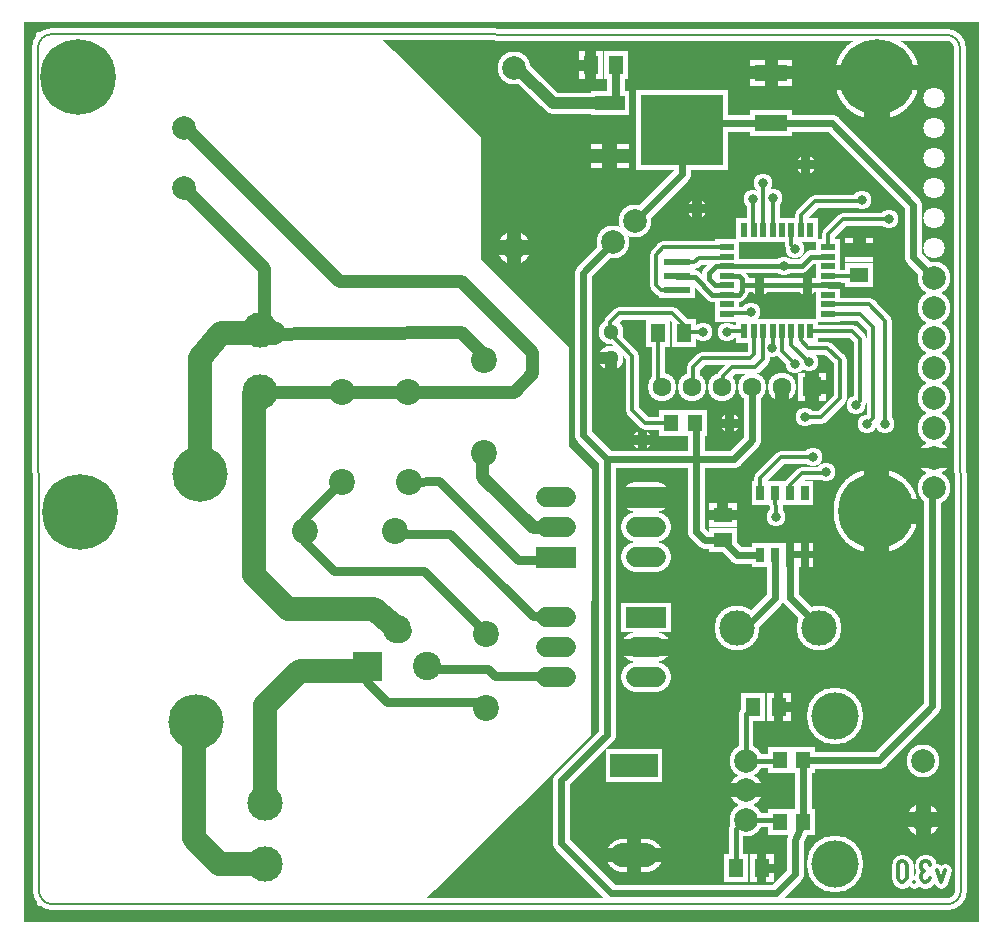
<source format=gbr>
%FSLAX34Y34*%
%MOMM*%
%LNCOPPER_BOTTOM*%
G71*
G01*
%ADD10R,2.070X1.359*%
%ADD11R,1.359X2.070*%
%ADD12C,2.400*%
%ADD13C,1.610*%
%ADD14C,1.100*%
%ADD15C,1.200*%
%ADD16R,2.100X2.400*%
%ADD17R,3.100X1.400*%
%ADD18C,2.100*%
%ADD19R,3.590X2.180*%
%ADD20R,7.800X6.800*%
%ADD21R,3.340X2.070*%
%ADD22C,1.400*%
%ADD23C,1.118*%
%ADD24R,2.400X2.100*%
%ADD25C,2.500*%
%ADD26C,3.000*%
%ADD27C,3.800*%
%ADD28C,3.200*%
%ADD29C,5.500*%
%ADD30C,1.550*%
%ADD31C,2.800*%
%ADD32C,4.800*%
%ADD33R,1.450X2.070*%
%ADD34C,1.800*%
%ADD35C,2.800*%
%ADD36C,0.300*%
%ADD37R,2.100X2.200*%
%ADD38C,1.900*%
%ADD39C,7.200*%
%ADD40C,1.400*%
%ADD41C,1.800*%
%ADD42C,1.500*%
%ADD43C,1.000*%
%ADD44C,0.559*%
%ADD45C,1.157*%
%ADD46C,1.141*%
%ADD47C,1.018*%
%ADD48C,1.053*%
%ADD49C,1.232*%
%ADD50C,0.966*%
%ADD51C,1.127*%
%ADD52C,1.700*%
%ADD53C,1.473*%
%ADD54C,1.240*%
%ADD55C,1.320*%
%ADD56C,0.650*%
%ADD57C,0.897*%
%ADD58C,0.819*%
%ADD59C,2.133*%
%ADD60C,0.200*%
%ADD61C,1.653*%
%ADD62C,0.810*%
%ADD63R,1.270X0.559*%
%ADD64R,0.559X1.270*%
%ADD65C,1.600*%
%ADD66C,0.810*%
%ADD67C,0.400*%
%ADD68R,1.300X1.600*%
%ADD69R,2.300X0.600*%
%ADD70C,1.300*%
%ADD71R,2.790X1.380*%
%ADD72R,7.000X6.000*%
%ADD73R,2.540X1.270*%
%ADD74C,0.600*%
%ADD75C,0.318*%
%ADD76R,1.600X1.300*%
%ADD77C,2.200*%
%ADD78C,4.700*%
%ADD79C,0.750*%
%ADD80C,2.000*%
%ADD81C,4.000*%
%ADD82R,0.650X1.270*%
%ADD83C,2.000*%
%ADD84R,1.300X1.400*%
%ADD85C,6.400*%
%ADD86C,0.600*%
%ADD87C,0.700*%
%LPD*%
G36*
X-12700Y746397D02*
X796300Y746397D01*
X796300Y-15603D01*
X-12700Y-15603D01*
X-12700Y746397D01*
G37*
%LPC*%
X582263Y499914D02*
G54D10*
D03*
X582263Y507915D02*
G54D10*
D03*
X582263Y515916D02*
G54D10*
D03*
X582263Y523917D02*
G54D10*
D03*
X582263Y531918D02*
G54D10*
D03*
X582263Y539919D02*
G54D10*
D03*
X582263Y547920D02*
G54D10*
D03*
X582263Y555921D02*
G54D10*
D03*
X668115Y555921D02*
G54D10*
D03*
X668115Y547920D02*
G54D10*
D03*
X668115Y539919D02*
G54D10*
D03*
X668115Y531918D02*
G54D10*
D03*
X668115Y523917D02*
G54D10*
D03*
X668115Y515916D02*
G54D10*
D03*
X668115Y507915D02*
G54D10*
D03*
X668115Y499914D02*
G54D10*
D03*
X653180Y484979D02*
G54D11*
D03*
X645179Y484979D02*
G54D11*
D03*
X637178Y484979D02*
G54D11*
D03*
X629176Y484979D02*
G54D11*
D03*
X621176Y484979D02*
G54D11*
D03*
X613174Y484979D02*
G54D11*
D03*
X605174Y484979D02*
G54D11*
D03*
X597172Y484979D02*
G54D11*
D03*
X597172Y570831D02*
G54D11*
D03*
X605174Y570831D02*
G54D11*
D03*
X613174Y570831D02*
G54D11*
D03*
X621176Y570831D02*
G54D11*
D03*
X629176Y570831D02*
G54D11*
D03*
X637178Y570831D02*
G54D11*
D03*
X645179Y570831D02*
G54D11*
D03*
X653180Y570831D02*
G54D11*
D03*
G36*
X666526Y449918D02*
X666526Y425918D01*
X642526Y425918D01*
X642526Y449918D01*
X666526Y449918D01*
G37*
X629127Y437918D02*
G54D12*
D03*
X603726Y437919D02*
G54D12*
D03*
X578326Y437919D02*
G54D12*
D03*
X552926Y437919D02*
G54D12*
D03*
X527526Y437919D02*
G54D12*
D03*
X630460Y540408D02*
G54D13*
D03*
G54D14*
X540318Y543547D02*
X554420Y543719D01*
X558466Y547234D01*
X580612Y547234D01*
G54D15*
X582263Y531918D02*
X592825Y531918D01*
X595484Y529260D01*
X595484Y518926D01*
X592915Y515960D01*
X569896Y515960D01*
X555132Y530724D01*
X539921Y530724D01*
G54D14*
X668115Y523917D02*
X650877Y523917D01*
X650649Y523689D01*
X545824Y483620D02*
G54D16*
D03*
X524443Y483620D02*
G54D16*
D03*
G54D15*
X595756Y523980D02*
X668115Y523917D01*
X620934Y470955D02*
G54D13*
D03*
G54D14*
X621176Y484979D02*
X621176Y471196D01*
X620934Y470955D01*
G54D14*
X613174Y482994D02*
X613174Y461623D01*
X606199Y454647D01*
X586752Y454647D01*
X578815Y446710D01*
X578815Y437217D01*
X578326Y436728D01*
G54D14*
X605174Y487757D02*
X605174Y465528D01*
X602230Y462585D01*
X561352Y462585D01*
X553415Y454647D01*
X553415Y441186D01*
X552926Y440697D01*
X562197Y484052D02*
G54D13*
D03*
G54D14*
X562197Y484052D02*
X546255Y484052D01*
X545824Y483620D01*
X540318Y543547D02*
G54D17*
D03*
X540318Y531641D02*
G54D17*
D03*
X539921Y519735D02*
G54D17*
D03*
G54D14*
X579882Y555921D02*
X528656Y555921D01*
X522112Y549377D01*
X522112Y524050D01*
X526427Y519735D01*
X539921Y519735D01*
X483962Y484413D02*
G54D18*
D03*
X484334Y462214D02*
G54D18*
D03*
X620263Y703898D02*
G54D19*
D03*
X620264Y661618D02*
G54D19*
D03*
X544800Y655748D02*
G54D20*
D03*
X483309Y678048D02*
G54D21*
D03*
X483309Y633548D02*
G54D21*
D03*
G54D22*
X620264Y661618D02*
X564981Y661618D01*
X544800Y681799D01*
X467037Y710144D02*
G54D16*
D03*
X488419Y710144D02*
G54D16*
D03*
G54D23*
X767474Y28925D02*
X763918Y18925D01*
X760363Y28925D01*
G54D23*
X754141Y33370D02*
X753252Y35592D01*
X751474Y36703D01*
X749696Y36703D01*
X747918Y35592D01*
X747030Y33370D01*
X747030Y31147D01*
X747918Y28925D01*
X749696Y27814D01*
X747918Y26703D01*
X747030Y24480D01*
X747030Y22258D01*
X747918Y20036D01*
X749696Y18925D01*
X751474Y18925D01*
X753252Y20036D01*
X754141Y22258D01*
G54D23*
X740808Y18925D02*
X740808Y18925D01*
G54D23*
X727475Y33370D02*
X727475Y22258D01*
X728364Y20036D01*
X730141Y18925D01*
X731919Y18925D01*
X733697Y20036D01*
X734586Y22258D01*
X734586Y33370D01*
X733697Y35592D01*
X731919Y36703D01*
X730141Y36703D01*
X728364Y35592D01*
X727475Y33370D01*
G54D14*
X524443Y483620D02*
X524443Y441002D01*
X527526Y437919D01*
X694676Y553842D02*
G54D24*
D03*
X694676Y532460D02*
G54D24*
D03*
G54D14*
X668115Y531918D02*
X682519Y531918D01*
X694676Y532460D01*
G54D14*
X545824Y483620D02*
X545824Y490005D01*
X535766Y500062D01*
X490920Y500062D01*
X483776Y492919D01*
X483776Y484599D01*
X483962Y484413D01*
X483962Y482414D01*
X502429Y463947D01*
X502429Y418703D01*
X513541Y407590D01*
X528142Y407590D01*
X528191Y407541D01*
G54D25*
X505675Y344234D02*
X522675Y344234D01*
G54D25*
X429475Y318834D02*
X446475Y318834D01*
G54D25*
X505675Y318834D02*
X522675Y318834D01*
G54D25*
X429475Y344234D02*
X446475Y344234D01*
G54D25*
X505675Y293434D02*
X522675Y293434D01*
G54D25*
X429475Y191834D02*
X446475Y191834D01*
G54D25*
X505675Y217234D02*
X522675Y217234D01*
G54D25*
X429475Y217234D02*
X446475Y217234D01*
G54D25*
X505675Y191834D02*
X522675Y191834D01*
G54D25*
X429475Y242634D02*
X446475Y242634D01*
X225250Y315659D02*
G54D26*
D03*
X257000Y356934D02*
G54D26*
D03*
X312959Y356934D02*
G54D26*
D03*
X376447Y381780D02*
G54D26*
D03*
X257000Y433134D02*
G54D26*
D03*
X312563Y433134D02*
G54D26*
D03*
X376447Y460361D02*
G54D26*
D03*
X301450Y315659D02*
G54D26*
D03*
G36*
X416975Y305934D02*
X458975Y305934D01*
X458975Y280934D01*
X416975Y280934D01*
X416975Y305934D01*
G37*
G36*
X493175Y255134D02*
X535175Y255134D01*
X535175Y230134D01*
X493175Y230134D01*
X493175Y255134D01*
G37*
X191829Y33906D02*
G54D27*
D03*
X191830Y85907D02*
G54D27*
D03*
G36*
X294199Y217202D02*
X294199Y185202D01*
X262199Y185202D01*
X262199Y217202D01*
X294199Y217202D01*
G37*
X303599Y232952D02*
G54D28*
D03*
X328999Y201202D02*
G54D28*
D03*
X136338Y363901D02*
G54D29*
D03*
X133163Y154351D02*
G54D29*
D03*
X660496Y233410D02*
G54D27*
D03*
X591032Y233411D02*
G54D27*
D03*
G54D30*
X329406Y199231D02*
X380206Y199231D01*
X386556Y192881D01*
X443706Y192881D01*
X378485Y228298D02*
G54D26*
D03*
X378485Y165598D02*
G54D26*
D03*
G54D30*
X304006Y313531D02*
X348456Y313531D01*
X418306Y243681D01*
X440531Y243681D01*
G54D30*
X224631Y316706D02*
X224631Y307181D01*
X250031Y281781D01*
X326231Y281781D01*
X380206Y227806D01*
G54D30*
X224631Y316706D02*
X224631Y326231D01*
X256381Y357981D01*
G54D30*
X312959Y356934D02*
X338931Y357981D01*
X405606Y291306D01*
X437356Y291306D01*
X598890Y121450D02*
G54D31*
D03*
X598890Y71450D02*
G54D31*
D03*
X598890Y96450D02*
G54D31*
D03*
X748890Y121450D02*
G54D31*
D03*
X748890Y71450D02*
G54D31*
D03*
X673890Y158950D02*
G54D32*
D03*
X673890Y33950D02*
G54D32*
D03*
X610714Y295938D02*
G54D33*
D03*
X623414Y295938D02*
G54D33*
D03*
X636114Y295937D02*
G54D33*
D03*
X648814Y295938D02*
G54D33*
D03*
X648814Y348325D02*
G54D33*
D03*
X636114Y348325D02*
G54D33*
D03*
X623414Y348325D02*
G54D33*
D03*
X610714Y348325D02*
G54D33*
D03*
X578964Y307894D02*
G54D24*
D03*
X578964Y329275D02*
G54D24*
D03*
X402235Y555825D02*
G54D31*
D03*
X402234Y708224D02*
G54D31*
D03*
X122834Y657425D02*
G54D31*
D03*
X122834Y606625D02*
G54D31*
D03*
G54D34*
X404019Y708819D02*
X434975Y677863D01*
X483309Y678048D01*
G54D15*
X598890Y121450D02*
X627062Y121444D01*
G54D22*
X636114Y294350D02*
X636114Y259425D01*
X655164Y240375D01*
G54D22*
X623414Y294350D02*
X623414Y259425D01*
X601189Y237200D01*
G54D35*
X493856Y41222D02*
X513856Y41222D01*
G36*
X479856Y131221D02*
X527856Y131221D01*
X527856Y103221D01*
X479856Y103221D01*
X479856Y131221D01*
G37*
G36*
X-794Y736600D02*
X283369Y736600D01*
X372269Y648494D01*
X372269Y545306D01*
X446881Y470694D01*
X446881Y387350D01*
X466328Y367903D01*
X465534Y143272D01*
X321469Y794D01*
X0Y0D01*
X-794Y736600D01*
G37*
G54D36*
X-794Y736600D02*
X283369Y736600D01*
X372269Y648494D01*
X372269Y545306D01*
X446881Y470694D01*
X446881Y387350D01*
X466328Y367903D01*
X465534Y143272D01*
X321469Y794D01*
X0Y0D01*
X-794Y736600D01*
X627062Y122238D02*
G54D37*
D03*
X646856Y122238D02*
G54D37*
D03*
G54D15*
X598890Y71450D02*
X627062Y71438D01*
X627062Y69850D02*
G54D37*
D03*
X646856Y69850D02*
G54D37*
D03*
X604838Y166688D02*
G54D16*
D03*
X626218Y166688D02*
G54D16*
D03*
X590550Y30163D02*
G54D16*
D03*
X611931Y30163D02*
G54D16*
D03*
G54D15*
X590550Y30163D02*
X590550Y63500D01*
X598890Y71450D01*
G54D38*
X437975Y318834D02*
X418559Y318834D01*
X375444Y361950D01*
X375444Y380776D01*
X376447Y381780D01*
G54D35*
X191829Y33906D02*
X152624Y33906D01*
X130969Y55562D01*
X130969Y152157D01*
X133163Y154351D01*
G54D30*
X278199Y201202D02*
X278199Y187732D01*
X294481Y171450D01*
X372634Y171450D01*
X378485Y165598D01*
G54D35*
X191830Y85907D02*
X191830Y168811D01*
X220662Y197643D01*
X274641Y197643D01*
X278199Y201202D01*
X709155Y332456D02*
G54D39*
D03*
X685154Y332456D02*
G54D40*
D03*
X692184Y349426D02*
G54D40*
D03*
X709155Y356456D02*
G54D40*
D03*
X726125Y349426D02*
G54D40*
D03*
X733154Y332456D02*
G54D40*
D03*
X726125Y315485D02*
G54D40*
D03*
X709155Y308456D02*
G54D40*
D03*
X692184Y315485D02*
G54D40*
D03*
X709612Y699962D02*
G54D39*
D03*
X685611Y699962D02*
G54D40*
D03*
X692640Y716933D02*
G54D40*
D03*
X709611Y723962D02*
G54D40*
D03*
X726582Y716933D02*
G54D40*
D03*
X733611Y699962D02*
G54D40*
D03*
X726582Y682991D02*
G54D40*
D03*
X709611Y675962D02*
G54D40*
D03*
X692640Y682991D02*
G54D40*
D03*
X757573Y352300D02*
G54D31*
D03*
X757573Y377700D02*
G54D31*
D03*
X757573Y403100D02*
G54D31*
D03*
X757573Y428500D02*
G54D31*
D03*
X757573Y453900D02*
G54D31*
D03*
X757573Y479300D02*
G54D31*
D03*
X757573Y504700D02*
G54D31*
D03*
X757573Y530100D02*
G54D31*
D03*
X34924Y331662D02*
G54D39*
D03*
X10923Y331662D02*
G54D40*
D03*
X17953Y348633D02*
G54D40*
D03*
X34924Y355662D02*
G54D40*
D03*
X51894Y348633D02*
G54D40*
D03*
X58924Y331662D02*
G54D40*
D03*
X51894Y314692D02*
G54D40*
D03*
X34924Y307662D02*
G54D40*
D03*
X17953Y314692D02*
G54D40*
D03*
X33336Y699962D02*
G54D39*
D03*
X9336Y699962D02*
G54D40*
D03*
X16366Y716933D02*
G54D40*
D03*
X33336Y723962D02*
G54D40*
D03*
X50306Y716933D02*
G54D40*
D03*
X57336Y699962D02*
G54D40*
D03*
X50306Y682992D02*
G54D40*
D03*
X33336Y675962D02*
G54D40*
D03*
X16366Y682992D02*
G54D40*
D03*
X757573Y555500D02*
G54D41*
D03*
X757573Y580900D02*
G54D41*
D03*
X757573Y606300D02*
G54D41*
D03*
X757573Y631700D02*
G54D41*
D03*
X757573Y657100D02*
G54D41*
D03*
X757573Y682500D02*
G54D41*
D03*
X22560Y472950D02*
G54D41*
D03*
X22560Y498350D02*
G54D41*
D03*
X22560Y523750D02*
G54D41*
D03*
X22560Y549150D02*
G54D41*
D03*
G54D42*
X488419Y710144D02*
X488419Y683158D01*
X483309Y678048D01*
G54D43*
X10716Y736453D02*
X768335Y736056D01*
G54D43*
G75*
G01X10716Y736453D02*
G03X-794Y724943I0J-11510D01*
G01*
G54D43*
G75*
G01X779845Y724546D02*
G03X768335Y736056I-11510J0D01*
G01*
G54D43*
X-794Y724943D02*
X-1Y11378D01*
G54D43*
G75*
G01X769128Y-133D02*
G03X780638Y11377I0J11510D01*
G01*
G54D43*
X779845Y724546D02*
X780638Y11377D01*
G54D43*
G75*
G01X-1Y11378D02*
G03X11509Y-132I11510J0D01*
G01*
G54D43*
X769128Y-133D02*
X11509Y-132D01*
G54D38*
X376460Y464884D02*
X357410Y483934D01*
X166898Y482976D01*
G54D35*
X136430Y366301D02*
X136430Y462344D01*
X154198Y483776D01*
X198648Y483776D01*
X187464Y433956D02*
G54D27*
D03*
X187464Y485957D02*
G54D27*
D03*
G54D35*
X182166Y431006D02*
X182166Y278606D01*
X210741Y250031D01*
X283766Y250031D01*
X305991Y230981D01*
G54D38*
X187464Y433956D02*
X402604Y433956D01*
X417910Y449262D01*
X417910Y467518D01*
X357585Y527843D01*
X254400Y527843D01*
X124818Y657425D01*
G54D38*
X190897Y484584D02*
X190897Y538163D01*
X122834Y606625D01*
G54D22*
X544800Y655748D02*
X544512Y618332D01*
X504280Y578100D01*
G54D22*
X556191Y407542D02*
X556191Y378450D01*
X556418Y378222D01*
G54D22*
X620264Y661618D02*
X671486Y661618D01*
X740172Y592138D01*
X739775Y547898D01*
X757573Y530100D01*
X719534Y580232D02*
G54D13*
D03*
X696515Y595710D02*
G54D13*
D03*
X621506Y597694D02*
G54D13*
D03*
X612775Y610791D02*
G54D13*
D03*
X604837Y597297D02*
G54D13*
D03*
G54D14*
X604837Y597297D02*
X604837Y571167D01*
X605174Y570831D01*
G54D14*
X612775Y610791D02*
X612775Y571231D01*
X613174Y570831D01*
G54D14*
X621506Y597694D02*
X621506Y571161D01*
X621176Y570831D01*
G54D14*
X645179Y570831D02*
X645179Y583267D01*
X657225Y595313D01*
X696118Y595313D01*
X696515Y595710D01*
G54D14*
X719534Y580232D02*
X681037Y580232D01*
X668337Y567532D01*
X668337Y556143D01*
X668115Y555921D01*
X583009Y484585D02*
G54D13*
D03*
X602853Y501254D02*
G54D13*
D03*
G54D14*
X597172Y484979D02*
X583403Y484979D01*
X583009Y484585D01*
G54D14*
X602853Y500460D02*
X583602Y500460D01*
X582263Y499120D01*
X640556Y554832D02*
G54D13*
D03*
G54D15*
X582263Y523917D02*
X572417Y523917D01*
X567356Y528978D01*
X567356Y534073D01*
X573258Y539975D01*
X645940Y539975D01*
X654050Y548085D01*
X667950Y548085D01*
X668115Y547920D01*
G54D14*
X637178Y570831D02*
X637178Y558210D01*
X640556Y554832D01*
X639762Y457200D02*
G54D13*
D03*
X651668Y459185D02*
G54D13*
D03*
X648494Y412750D02*
G54D13*
D03*
G54D14*
X629176Y484979D02*
X629176Y468183D01*
X639762Y457200D01*
G54D14*
X637178Y484979D02*
X637178Y473676D01*
X651668Y459185D01*
X716756Y406797D02*
G54D13*
D03*
X701278Y406400D02*
G54D13*
D03*
G54D14*
X668115Y507915D02*
X702554Y507915D01*
X716756Y493713D01*
X716756Y406797D01*
G54D14*
X668115Y499914D02*
X695077Y499914D01*
X706040Y488950D01*
X706040Y411163D01*
X701278Y406400D01*
X691753Y422672D02*
G54D13*
D03*
G54D14*
X653180Y484979D02*
X688184Y484979D01*
X694928Y478235D01*
X694928Y425847D01*
X691753Y422672D01*
G54D22*
X610714Y295938D02*
X590920Y295938D01*
X578964Y307894D01*
G54D22*
X556418Y378222D02*
X556418Y315119D01*
X563562Y307976D01*
X578883Y307976D01*
X578964Y307894D01*
X655240Y378619D02*
G54D13*
D03*
X623887Y327422D02*
G54D13*
D03*
X666353Y365522D02*
G54D13*
D03*
G54D14*
X623414Y348325D02*
X623887Y327422D01*
G54D14*
X636114Y348325D02*
X636114Y355127D01*
X646112Y365126D01*
X665956Y365126D01*
X666353Y365522D01*
G54D14*
X610714Y348325D02*
X610714Y360683D01*
X628650Y378619D01*
X655240Y378619D01*
G54D14*
X648494Y412750D02*
X661987Y412750D01*
X677862Y428626D01*
X677862Y460376D01*
X667147Y471091D01*
X651272Y471091D01*
X645179Y477184D01*
X645179Y484979D01*
X650649Y523688D02*
G54D13*
D03*
X610168Y523688D02*
G54D13*
D03*
X556987Y588776D02*
G54D13*
D03*
X649062Y626082D02*
G54D13*
D03*
X510949Y392719D02*
G54D13*
D03*
X584768Y407007D02*
G54D13*
D03*
G54D22*
X480615Y377032D02*
X480615Y143272D01*
X442118Y104776D01*
X442118Y51594D01*
X484187Y9526D01*
X623887Y9526D01*
X639762Y25400D01*
X639762Y54025D01*
X646856Y69850D01*
X646856Y122238D01*
X711199Y122238D01*
X756444Y167482D01*
X756444Y351171D01*
X757573Y352300D01*
G54D15*
X598890Y121450D02*
X598890Y160741D01*
X604838Y166688D01*
X504280Y578100D02*
G54D31*
D03*
X486319Y560139D02*
G54D31*
D03*
G54D22*
X603726Y437919D02*
X604044Y437601D01*
X604044Y392907D01*
X588168Y377032D01*
X480615Y377032D01*
X460772Y396876D01*
X460772Y534591D01*
X486319Y560139D01*
X535335Y407541D02*
G54D37*
D03*
X555129Y407541D02*
G54D37*
D03*
%LPD*%
G54D44*
G36*
X668115Y526711D02*
X678965Y526711D01*
X678965Y521123D01*
X668115Y521123D01*
X668115Y526711D01*
G37*
G54D45*
G36*
X654526Y443705D02*
X667026Y443705D01*
X667026Y432132D01*
X654526Y432132D01*
X654526Y443705D01*
G37*
G36*
X660312Y437918D02*
X660312Y425418D01*
X648739Y425418D01*
X648739Y437918D01*
X660312Y437918D01*
G37*
G36*
X648739Y437918D02*
X648739Y450418D01*
X660312Y450418D01*
X660312Y437918D01*
X648739Y437918D01*
G37*
G54D46*
G36*
X634833Y437918D02*
X634833Y425418D01*
X623420Y425418D01*
X623420Y437918D01*
X634833Y437918D01*
G37*
G54D47*
G36*
X489426Y462214D02*
X489426Y451214D01*
X479243Y451214D01*
X479243Y462214D01*
X489426Y462214D01*
G37*
G36*
X484334Y457122D02*
X473334Y457122D01*
X473334Y467306D01*
X484334Y467306D01*
X484334Y457122D01*
G37*
G54D48*
G36*
X620263Y709165D02*
X638713Y709165D01*
X638713Y698631D01*
X620263Y698631D01*
X620263Y709165D01*
G37*
G36*
X625530Y703898D02*
X625530Y692498D01*
X614996Y692498D01*
X614996Y703898D01*
X625530Y703898D01*
G37*
G36*
X620263Y698631D02*
X601813Y698631D01*
X601813Y709165D01*
X620263Y709165D01*
X620263Y698631D01*
G37*
G36*
X614996Y703898D02*
X614996Y715298D01*
X625530Y715298D01*
X625530Y703898D01*
X614996Y703898D01*
G37*
G54D49*
G36*
X477149Y633548D02*
X477149Y644398D01*
X489468Y644398D01*
X489468Y633548D01*
X477149Y633548D01*
G37*
G36*
X483309Y639707D02*
X500509Y639707D01*
X500509Y627388D01*
X483309Y627388D01*
X483309Y639707D01*
G37*
G36*
X489468Y633548D02*
X489468Y622698D01*
X477149Y622698D01*
X477149Y633548D01*
X489468Y633548D01*
G37*
G36*
X483309Y627388D02*
X466109Y627388D01*
X466109Y639707D01*
X483309Y639707D01*
X483309Y627388D01*
G37*
G54D50*
G36*
X462206Y710144D02*
X462206Y722644D01*
X471869Y722644D01*
X471869Y710144D01*
X462206Y710144D01*
G37*
G36*
X471869Y710144D02*
X471869Y697644D01*
X462206Y697644D01*
X462206Y710144D01*
X471869Y710144D01*
G37*
G36*
X467037Y705313D02*
X456037Y705313D01*
X456037Y714976D01*
X467037Y714976D01*
X467037Y705313D01*
G37*
G54D51*
G36*
X694676Y559475D02*
X707176Y559475D01*
X707176Y548208D01*
X694676Y548208D01*
X694676Y559475D01*
G37*
G36*
X694676Y548208D02*
X682176Y548208D01*
X682176Y559475D01*
X694676Y559475D01*
X694676Y548208D01*
G37*
G36*
X689043Y553842D02*
X689043Y564842D01*
X700310Y564842D01*
X700310Y553842D01*
X689043Y553842D01*
G37*
G54D52*
G36*
X514175Y352734D02*
X535675Y352734D01*
X535675Y335734D01*
X514175Y335734D01*
X514175Y352734D01*
G37*
G36*
X514175Y335734D02*
X492675Y335734D01*
X492675Y352734D01*
X514175Y352734D01*
X514175Y335734D01*
G37*
G54D53*
G36*
X514175Y224601D02*
X535675Y224601D01*
X535675Y209868D01*
X514175Y209868D01*
X514175Y224601D01*
G37*
G36*
X514175Y209868D02*
X492675Y209868D01*
X492675Y224601D01*
X514175Y224601D01*
X514175Y209868D01*
G37*
G54D54*
G36*
X598890Y102650D02*
X613390Y102650D01*
X613390Y90250D01*
X598890Y90250D01*
X598890Y102650D01*
G37*
G36*
X598890Y90250D02*
X584390Y90250D01*
X584390Y102650D01*
X598890Y102650D01*
X598890Y90250D01*
G37*
G54D55*
G36*
X748890Y78050D02*
X763390Y78050D01*
X763390Y64850D01*
X748890Y64850D01*
X748890Y78050D01*
G37*
G36*
X755490Y71450D02*
X755490Y56950D01*
X742290Y56950D01*
X742290Y71450D01*
X755490Y71450D01*
G37*
G36*
X748890Y64850D02*
X734390Y64850D01*
X734390Y78050D01*
X748890Y78050D01*
X748890Y64850D01*
G37*
G36*
X742290Y71450D02*
X742290Y85950D01*
X755490Y85950D01*
X755490Y71450D01*
X742290Y71450D01*
G37*
G54D56*
G36*
X632864Y295937D02*
X632864Y306787D01*
X639364Y306787D01*
X639364Y295937D01*
X632864Y295937D01*
G37*
G36*
X636114Y299187D02*
X643864Y299187D01*
X643864Y292687D01*
X636114Y292687D01*
X636114Y299187D01*
G37*
G36*
X639364Y295937D02*
X639364Y285087D01*
X632864Y285087D01*
X632864Y295937D01*
X639364Y295937D01*
G37*
G54D56*
G36*
X648814Y292688D02*
X641064Y292688D01*
X641064Y299188D01*
X648814Y299188D01*
X648814Y292688D01*
G37*
G36*
X645564Y295938D02*
X645564Y306788D01*
X652064Y306788D01*
X652064Y295938D01*
X645564Y295938D01*
G37*
G36*
X648814Y299188D02*
X656564Y299188D01*
X656564Y292688D01*
X648814Y292688D01*
X648814Y299188D01*
G37*
G36*
X652064Y295938D02*
X652064Y285088D01*
X645564Y285088D01*
X645564Y295938D01*
X652064Y295938D01*
G37*
G54D57*
G36*
X578964Y324790D02*
X566464Y324790D01*
X566464Y333760D01*
X578964Y333760D01*
X578964Y324790D01*
G37*
G36*
X574479Y329275D02*
X574479Y340275D01*
X583449Y340275D01*
X583449Y329275D01*
X574479Y329275D01*
G37*
G36*
X578964Y333760D02*
X591464Y333760D01*
X591464Y324790D01*
X578964Y324790D01*
X578964Y333760D01*
G37*
G54D15*
G36*
X402235Y561825D02*
X416735Y561825D01*
X416735Y549825D01*
X402235Y549825D01*
X402235Y561825D01*
G37*
G36*
X408235Y555825D02*
X408235Y541325D01*
X396235Y541325D01*
X396235Y555825D01*
X408235Y555825D01*
G37*
G36*
X402235Y549825D02*
X387735Y549825D01*
X387735Y561825D01*
X402235Y561825D01*
X402235Y549825D01*
G37*
G36*
X396235Y555825D02*
X396235Y570325D01*
X408235Y570325D01*
X408235Y555825D01*
X396235Y555825D01*
G37*
G54D15*
G36*
X497856Y41222D02*
X497856Y55722D01*
X509856Y55722D01*
X509856Y41222D01*
X497856Y41222D01*
G37*
G36*
X503856Y47222D02*
X528356Y47222D01*
X528356Y35222D01*
X503856Y35222D01*
X503856Y47222D01*
G37*
G36*
X509856Y41222D02*
X509856Y26722D01*
X497856Y26722D01*
X497856Y41222D01*
X509856Y41222D01*
G37*
G36*
X503856Y35222D02*
X479356Y35222D01*
X479356Y47222D01*
X503856Y47222D01*
X503856Y35222D01*
G37*
G54D58*
G36*
X622124Y166688D02*
X622124Y179188D01*
X630314Y179188D01*
X630314Y166688D01*
X622124Y166688D01*
G37*
G36*
X626218Y170783D02*
X637218Y170783D01*
X637218Y162593D01*
X626218Y162593D01*
X626218Y170783D01*
G37*
G36*
X630314Y166688D02*
X630314Y154188D01*
X622124Y154188D01*
X622124Y166688D01*
X630314Y166688D01*
G37*
G54D58*
G36*
X607836Y30163D02*
X607836Y42663D01*
X616026Y42663D01*
X616026Y30163D01*
X607836Y30163D01*
G37*
G36*
X611931Y34258D02*
X622931Y34258D01*
X622931Y26068D01*
X611931Y26068D01*
X611931Y34258D01*
G37*
G36*
X616026Y30163D02*
X616026Y17663D01*
X607836Y17663D01*
X607836Y30163D01*
X616026Y30163D01*
G37*
G54D59*
G36*
X719821Y332456D02*
X719821Y295956D01*
X698488Y295956D01*
X698488Y332456D01*
X719821Y332456D01*
G37*
G36*
X698488Y332456D02*
X698488Y368956D01*
X719821Y368956D01*
X719821Y332456D01*
X698488Y332456D01*
G37*
G36*
X709155Y343122D02*
X745655Y343122D01*
X745655Y321789D01*
X709155Y321789D01*
X709155Y343122D01*
G37*
G54D60*
G36*
X686154Y332456D02*
X686154Y324956D01*
X684154Y324956D01*
X684154Y332456D01*
X686154Y332456D01*
G37*
G36*
X685154Y331456D02*
X677654Y331456D01*
X677654Y333456D01*
X685154Y333456D01*
X685154Y331456D01*
G37*
G36*
X684154Y332456D02*
X684154Y339956D01*
X686154Y339956D01*
X686154Y332456D01*
X684154Y332456D01*
G37*
G36*
X685154Y333456D02*
X692654Y333456D01*
X692654Y331456D01*
X685154Y331456D01*
X685154Y333456D01*
G37*
G54D60*
G36*
X693184Y349426D02*
X693184Y341926D01*
X691184Y341926D01*
X691184Y349426D01*
X693184Y349426D01*
G37*
G36*
X692184Y348426D02*
X684684Y348426D01*
X684684Y350426D01*
X692184Y350426D01*
X692184Y348426D01*
G37*
G36*
X691184Y349426D02*
X691184Y356926D01*
X693184Y356926D01*
X693184Y349426D01*
X691184Y349426D01*
G37*
G36*
X692184Y350426D02*
X699684Y350426D01*
X699684Y348426D01*
X692184Y348426D01*
X692184Y350426D01*
G37*
G54D60*
G36*
X710155Y356456D02*
X710155Y348956D01*
X708155Y348956D01*
X708155Y356456D01*
X710155Y356456D01*
G37*
G36*
X709155Y355456D02*
X701655Y355456D01*
X701655Y357456D01*
X709155Y357456D01*
X709155Y355456D01*
G37*
G36*
X708155Y356456D02*
X708155Y363956D01*
X710155Y363956D01*
X710155Y356456D01*
X708155Y356456D01*
G37*
G36*
X709155Y357456D02*
X716655Y357456D01*
X716655Y355456D01*
X709155Y355456D01*
X709155Y357456D01*
G37*
G54D60*
G36*
X727125Y349426D02*
X727125Y341926D01*
X725125Y341926D01*
X725125Y349426D01*
X727125Y349426D01*
G37*
G36*
X726125Y348426D02*
X718625Y348426D01*
X718625Y350426D01*
X726125Y350426D01*
X726125Y348426D01*
G37*
G36*
X725125Y349426D02*
X725125Y356926D01*
X727125Y356926D01*
X727125Y349426D01*
X725125Y349426D01*
G37*
G36*
X726125Y350426D02*
X733625Y350426D01*
X733625Y348426D01*
X726125Y348426D01*
X726125Y350426D01*
G37*
G54D60*
G36*
X734154Y332456D02*
X734154Y324956D01*
X732154Y324956D01*
X732154Y332456D01*
X734154Y332456D01*
G37*
G36*
X733154Y331456D02*
X725654Y331456D01*
X725654Y333456D01*
X733154Y333456D01*
X733154Y331456D01*
G37*
G36*
X732154Y332456D02*
X732154Y339956D01*
X734154Y339956D01*
X734154Y332456D01*
X732154Y332456D01*
G37*
G36*
X733154Y333456D02*
X740654Y333456D01*
X740654Y331456D01*
X733154Y331456D01*
X733154Y333456D01*
G37*
G54D60*
G36*
X727125Y315485D02*
X727125Y307985D01*
X725125Y307985D01*
X725125Y315485D01*
X727125Y315485D01*
G37*
G36*
X726125Y314485D02*
X718625Y314485D01*
X718625Y316485D01*
X726125Y316485D01*
X726125Y314485D01*
G37*
G36*
X725125Y315485D02*
X725125Y322985D01*
X727125Y322985D01*
X727125Y315485D01*
X725125Y315485D01*
G37*
G36*
X726125Y316485D02*
X733625Y316485D01*
X733625Y314485D01*
X726125Y314485D01*
X726125Y316485D01*
G37*
G54D60*
G36*
X710155Y308456D02*
X710155Y300956D01*
X708155Y300956D01*
X708155Y308456D01*
X710155Y308456D01*
G37*
G36*
X709155Y307456D02*
X701655Y307456D01*
X701655Y309456D01*
X709155Y309456D01*
X709155Y307456D01*
G37*
G36*
X708155Y308456D02*
X708155Y315956D01*
X710155Y315956D01*
X710155Y308456D01*
X708155Y308456D01*
G37*
G36*
X709155Y309456D02*
X716655Y309456D01*
X716655Y307456D01*
X709155Y307456D01*
X709155Y309456D01*
G37*
G54D60*
G36*
X693184Y315485D02*
X693184Y307985D01*
X691184Y307985D01*
X691184Y315485D01*
X693184Y315485D01*
G37*
G36*
X692184Y314485D02*
X684684Y314485D01*
X684684Y316485D01*
X692184Y316485D01*
X692184Y314485D01*
G37*
G36*
X691184Y315485D02*
X691184Y322985D01*
X693184Y322985D01*
X693184Y315485D01*
X691184Y315485D01*
G37*
G36*
X692184Y316485D02*
X699684Y316485D01*
X699684Y314485D01*
X692184Y314485D01*
X692184Y316485D01*
G37*
G54D59*
G36*
X720278Y699962D02*
X720278Y663462D01*
X698945Y663462D01*
X698945Y699962D01*
X720278Y699962D01*
G37*
G36*
X709612Y689295D02*
X673112Y689295D01*
X673112Y710629D01*
X709612Y710629D01*
X709612Y689295D01*
G37*
G36*
X709612Y710629D02*
X746112Y710629D01*
X746112Y689295D01*
X709612Y689295D01*
X709612Y710629D01*
G37*
G54D60*
G36*
X686611Y699962D02*
X686611Y692462D01*
X684611Y692462D01*
X684611Y699962D01*
X686611Y699962D01*
G37*
G36*
X685611Y698962D02*
X678111Y698962D01*
X678111Y700962D01*
X685611Y700962D01*
X685611Y698962D01*
G37*
G36*
X684611Y699962D02*
X684611Y707462D01*
X686611Y707462D01*
X686611Y699962D01*
X684611Y699962D01*
G37*
G36*
X685611Y700962D02*
X693111Y700962D01*
X693111Y698962D01*
X685611Y698962D01*
X685611Y700962D01*
G37*
G54D60*
G36*
X693640Y716933D02*
X693640Y709433D01*
X691640Y709433D01*
X691640Y716933D01*
X693640Y716933D01*
G37*
G36*
X692640Y715933D02*
X685140Y715933D01*
X685140Y717933D01*
X692640Y717933D01*
X692640Y715933D01*
G37*
G36*
X691640Y716933D02*
X691640Y724433D01*
X693640Y724433D01*
X693640Y716933D01*
X691640Y716933D01*
G37*
G36*
X692640Y717933D02*
X700140Y717933D01*
X700140Y715933D01*
X692640Y715933D01*
X692640Y717933D01*
G37*
G54D60*
G36*
X710611Y723962D02*
X710611Y716462D01*
X708611Y716462D01*
X708611Y723962D01*
X710611Y723962D01*
G37*
G36*
X709611Y722962D02*
X702111Y722962D01*
X702111Y724962D01*
X709611Y724962D01*
X709611Y722962D01*
G37*
G36*
X708611Y723962D02*
X708611Y731462D01*
X710611Y731462D01*
X710611Y723962D01*
X708611Y723962D01*
G37*
G36*
X709611Y724962D02*
X717111Y724962D01*
X717111Y722962D01*
X709611Y722962D01*
X709611Y724962D01*
G37*
G54D60*
G36*
X727582Y716933D02*
X727582Y709433D01*
X725582Y709433D01*
X725582Y716933D01*
X727582Y716933D01*
G37*
G36*
X726582Y715933D02*
X719082Y715933D01*
X719082Y717933D01*
X726582Y717933D01*
X726582Y715933D01*
G37*
G36*
X725582Y716933D02*
X725582Y724433D01*
X727582Y724433D01*
X727582Y716933D01*
X725582Y716933D01*
G37*
G36*
X726582Y717933D02*
X734082Y717933D01*
X734082Y715933D01*
X726582Y715933D01*
X726582Y717933D01*
G37*
G54D60*
G36*
X734611Y699962D02*
X734611Y692462D01*
X732611Y692462D01*
X732611Y699962D01*
X734611Y699962D01*
G37*
G36*
X733611Y698962D02*
X726111Y698962D01*
X726111Y700962D01*
X733611Y700962D01*
X733611Y698962D01*
G37*
G36*
X732611Y699962D02*
X732611Y707462D01*
X734611Y707462D01*
X734611Y699962D01*
X732611Y699962D01*
G37*
G36*
X733611Y700962D02*
X741111Y700962D01*
X741111Y698962D01*
X733611Y698962D01*
X733611Y700962D01*
G37*
G54D60*
G36*
X727582Y682991D02*
X727582Y675491D01*
X725582Y675491D01*
X725582Y682991D01*
X727582Y682991D01*
G37*
G36*
X726582Y681991D02*
X719082Y681991D01*
X719082Y683991D01*
X726582Y683991D01*
X726582Y681991D01*
G37*
G36*
X725582Y682991D02*
X725582Y690491D01*
X727582Y690491D01*
X727582Y682991D01*
X725582Y682991D01*
G37*
G36*
X726582Y683991D02*
X734082Y683991D01*
X734082Y681991D01*
X726582Y681991D01*
X726582Y683991D01*
G37*
G54D60*
G36*
X710611Y675962D02*
X710611Y668462D01*
X708611Y668462D01*
X708611Y675962D01*
X710611Y675962D01*
G37*
G36*
X709611Y674962D02*
X702111Y674962D01*
X702111Y676962D01*
X709611Y676962D01*
X709611Y674962D01*
G37*
G36*
X708611Y675962D02*
X708611Y683462D01*
X710611Y683462D01*
X710611Y675962D01*
X708611Y675962D01*
G37*
G36*
X709611Y676962D02*
X717111Y676962D01*
X717111Y674962D01*
X709611Y674962D01*
X709611Y676962D01*
G37*
G54D60*
G36*
X693640Y682991D02*
X693640Y675491D01*
X691640Y675491D01*
X691640Y682991D01*
X693640Y682991D01*
G37*
G36*
X692640Y681991D02*
X685140Y681991D01*
X685140Y683991D01*
X692640Y683991D01*
X692640Y681991D01*
G37*
G36*
X691640Y682991D02*
X691640Y690491D01*
X693640Y690491D01*
X693640Y682991D01*
X691640Y682991D01*
G37*
G36*
X692640Y683991D02*
X700140Y683991D01*
X700140Y681991D01*
X692640Y681991D01*
X692640Y683991D01*
G37*
G54D61*
G36*
X757573Y369433D02*
X743073Y369433D01*
X743073Y385967D01*
X757573Y385967D01*
X757573Y369433D01*
G37*
G36*
X757573Y385967D02*
X772073Y385967D01*
X772073Y369433D01*
X757573Y369433D01*
X757573Y385967D01*
G37*
G54D60*
G36*
X11923Y331662D02*
X11923Y324162D01*
X9923Y324162D01*
X9923Y331662D01*
X11923Y331662D01*
G37*
G36*
X10923Y330662D02*
X3423Y330662D01*
X3423Y332662D01*
X10923Y332662D01*
X10923Y330662D01*
G37*
G36*
X9923Y331662D02*
X9923Y339162D01*
X11923Y339162D01*
X11923Y331662D01*
X9923Y331662D01*
G37*
G36*
X10923Y332662D02*
X18423Y332662D01*
X18423Y330662D01*
X10923Y330662D01*
X10923Y332662D01*
G37*
G54D60*
G36*
X18953Y348633D02*
X18953Y341133D01*
X16953Y341133D01*
X16953Y348633D01*
X18953Y348633D01*
G37*
G36*
X17953Y347633D02*
X10453Y347633D01*
X10453Y349633D01*
X17953Y349633D01*
X17953Y347633D01*
G37*
G36*
X16953Y348633D02*
X16953Y356133D01*
X18953Y356133D01*
X18953Y348633D01*
X16953Y348633D01*
G37*
G36*
X17953Y349633D02*
X25453Y349633D01*
X25453Y347633D01*
X17953Y347633D01*
X17953Y349633D01*
G37*
G54D60*
G36*
X35924Y355662D02*
X35924Y348162D01*
X33924Y348162D01*
X33924Y355662D01*
X35924Y355662D01*
G37*
G36*
X34924Y354662D02*
X27424Y354662D01*
X27424Y356662D01*
X34924Y356662D01*
X34924Y354662D01*
G37*
G36*
X33924Y355662D02*
X33924Y363162D01*
X35924Y363162D01*
X35924Y355662D01*
X33924Y355662D01*
G37*
G36*
X34924Y356662D02*
X42424Y356662D01*
X42424Y354662D01*
X34924Y354662D01*
X34924Y356662D01*
G37*
G54D60*
G36*
X52894Y348633D02*
X52894Y341133D01*
X50894Y341133D01*
X50894Y348633D01*
X52894Y348633D01*
G37*
G36*
X51894Y347633D02*
X44394Y347633D01*
X44394Y349633D01*
X51894Y349633D01*
X51894Y347633D01*
G37*
G36*
X50894Y348633D02*
X50894Y356133D01*
X52894Y356133D01*
X52894Y348633D01*
X50894Y348633D01*
G37*
G36*
X51894Y349633D02*
X59394Y349633D01*
X59394Y347633D01*
X51894Y347633D01*
X51894Y349633D01*
G37*
G54D60*
G36*
X59924Y331662D02*
X59924Y324162D01*
X57924Y324162D01*
X57924Y331662D01*
X59924Y331662D01*
G37*
G36*
X58924Y330662D02*
X51424Y330662D01*
X51424Y332662D01*
X58924Y332662D01*
X58924Y330662D01*
G37*
G36*
X57924Y331662D02*
X57924Y339162D01*
X59924Y339162D01*
X59924Y331662D01*
X57924Y331662D01*
G37*
G36*
X58924Y332662D02*
X66424Y332662D01*
X66424Y330662D01*
X58924Y330662D01*
X58924Y332662D01*
G37*
G54D60*
G36*
X52894Y314692D02*
X52894Y307192D01*
X50894Y307192D01*
X50894Y314692D01*
X52894Y314692D01*
G37*
G36*
X51894Y313692D02*
X44394Y313692D01*
X44394Y315692D01*
X51894Y315692D01*
X51894Y313692D01*
G37*
G36*
X50894Y314692D02*
X50894Y322192D01*
X52894Y322192D01*
X52894Y314692D01*
X50894Y314692D01*
G37*
G36*
X51894Y315692D02*
X59394Y315692D01*
X59394Y313692D01*
X51894Y313692D01*
X51894Y315692D01*
G37*
G54D60*
G36*
X35924Y307662D02*
X35924Y300162D01*
X33924Y300162D01*
X33924Y307662D01*
X35924Y307662D01*
G37*
G36*
X34924Y306662D02*
X27424Y306662D01*
X27424Y308662D01*
X34924Y308662D01*
X34924Y306662D01*
G37*
G36*
X33924Y307662D02*
X33924Y315162D01*
X35924Y315162D01*
X35924Y307662D01*
X33924Y307662D01*
G37*
G36*
X34924Y308662D02*
X42424Y308662D01*
X42424Y306662D01*
X34924Y306662D01*
X34924Y308662D01*
G37*
G54D60*
G36*
X18953Y314692D02*
X18953Y307192D01*
X16953Y307192D01*
X16953Y314692D01*
X18953Y314692D01*
G37*
G36*
X17953Y313692D02*
X10453Y313692D01*
X10453Y315692D01*
X17953Y315692D01*
X17953Y313692D01*
G37*
G36*
X16953Y314692D02*
X16953Y322192D01*
X18953Y322192D01*
X18953Y314692D01*
X16953Y314692D01*
G37*
G36*
X17953Y315692D02*
X25453Y315692D01*
X25453Y313692D01*
X17953Y313692D01*
X17953Y315692D01*
G37*
G54D60*
G36*
X10336Y699962D02*
X10336Y692462D01*
X8336Y692462D01*
X8336Y699962D01*
X10336Y699962D01*
G37*
G36*
X9336Y698962D02*
X1836Y698962D01*
X1836Y700962D01*
X9336Y700962D01*
X9336Y698962D01*
G37*
G36*
X8336Y699962D02*
X8336Y707462D01*
X10336Y707462D01*
X10336Y699962D01*
X8336Y699962D01*
G37*
G36*
X9336Y700962D02*
X16836Y700962D01*
X16836Y698962D01*
X9336Y698962D01*
X9336Y700962D01*
G37*
G54D60*
G36*
X17366Y716933D02*
X17366Y709433D01*
X15366Y709433D01*
X15366Y716933D01*
X17366Y716933D01*
G37*
G36*
X16366Y715933D02*
X8866Y715933D01*
X8866Y717933D01*
X16366Y717933D01*
X16366Y715933D01*
G37*
G36*
X15366Y716933D02*
X15366Y724433D01*
X17366Y724433D01*
X17366Y716933D01*
X15366Y716933D01*
G37*
G36*
X16366Y717933D02*
X23866Y717933D01*
X23866Y715933D01*
X16366Y715933D01*
X16366Y717933D01*
G37*
G54D60*
G36*
X34336Y723962D02*
X34336Y716462D01*
X32336Y716462D01*
X32336Y723962D01*
X34336Y723962D01*
G37*
G36*
X33336Y722962D02*
X25836Y722962D01*
X25836Y724962D01*
X33336Y724962D01*
X33336Y722962D01*
G37*
G36*
X32336Y723962D02*
X32336Y731462D01*
X34336Y731462D01*
X34336Y723962D01*
X32336Y723962D01*
G37*
G36*
X33336Y724962D02*
X40836Y724962D01*
X40836Y722962D01*
X33336Y722962D01*
X33336Y724962D01*
G37*
G54D60*
G36*
X51306Y716933D02*
X51306Y709433D01*
X49306Y709433D01*
X49306Y716933D01*
X51306Y716933D01*
G37*
G36*
X50306Y715933D02*
X42806Y715933D01*
X42806Y717933D01*
X50306Y717933D01*
X50306Y715933D01*
G37*
G36*
X49306Y716933D02*
X49306Y724433D01*
X51306Y724433D01*
X51306Y716933D01*
X49306Y716933D01*
G37*
G36*
X50306Y717933D02*
X57806Y717933D01*
X57806Y715933D01*
X50306Y715933D01*
X50306Y717933D01*
G37*
G54D60*
G36*
X58336Y699962D02*
X58336Y692462D01*
X56336Y692462D01*
X56336Y699962D01*
X58336Y699962D01*
G37*
G36*
X57336Y698962D02*
X49836Y698962D01*
X49836Y700962D01*
X57336Y700962D01*
X57336Y698962D01*
G37*
G36*
X56336Y699962D02*
X56336Y707462D01*
X58336Y707462D01*
X58336Y699962D01*
X56336Y699962D01*
G37*
G36*
X57336Y700962D02*
X64836Y700962D01*
X64836Y698962D01*
X57336Y698962D01*
X57336Y700962D01*
G37*
G54D60*
G36*
X51306Y682992D02*
X51306Y675492D01*
X49306Y675492D01*
X49306Y682992D01*
X51306Y682992D01*
G37*
G36*
X50306Y681992D02*
X42806Y681992D01*
X42806Y683992D01*
X50306Y683992D01*
X50306Y681992D01*
G37*
G36*
X49306Y682992D02*
X49306Y690492D01*
X51306Y690492D01*
X51306Y682992D01*
X49306Y682992D01*
G37*
G36*
X50306Y683992D02*
X57806Y683992D01*
X57806Y681992D01*
X50306Y681992D01*
X50306Y683992D01*
G37*
G54D60*
G36*
X34336Y675962D02*
X34336Y668462D01*
X32336Y668462D01*
X32336Y675962D01*
X34336Y675962D01*
G37*
G36*
X33336Y674962D02*
X25836Y674962D01*
X25836Y676962D01*
X33336Y676962D01*
X33336Y674962D01*
G37*
G36*
X32336Y675962D02*
X32336Y683462D01*
X34336Y683462D01*
X34336Y675962D01*
X32336Y675962D01*
G37*
G36*
X33336Y676962D02*
X40836Y676962D01*
X40836Y674962D01*
X33336Y674962D01*
X33336Y676962D01*
G37*
G54D60*
G36*
X17366Y682992D02*
X17366Y675492D01*
X15366Y675492D01*
X15366Y682992D01*
X17366Y682992D01*
G37*
G36*
X16366Y681992D02*
X8866Y681992D01*
X8866Y683992D01*
X16366Y683992D01*
X16366Y681992D01*
G37*
G36*
X15366Y682992D02*
X15366Y690492D01*
X17366Y690492D01*
X17366Y682992D01*
X15366Y682992D01*
G37*
G36*
X16366Y683992D02*
X23866Y683992D01*
X23866Y681992D01*
X16366Y681992D01*
X16366Y683992D01*
G37*
G54D62*
G36*
X654699Y523688D02*
X654699Y515138D01*
X646599Y515138D01*
X646599Y523688D01*
X654699Y523688D01*
G37*
G36*
X646599Y523688D02*
X646599Y532238D01*
X654699Y532238D01*
X654699Y523688D01*
X646599Y523688D01*
G37*
G54D62*
G36*
X614218Y523688D02*
X614218Y515138D01*
X606118Y515138D01*
X606118Y523688D01*
X614218Y523688D01*
G37*
G36*
X606118Y523688D02*
X606118Y532238D01*
X614218Y532238D01*
X614218Y523688D01*
X606118Y523688D01*
G37*
G54D62*
G36*
X556987Y592826D02*
X565537Y592826D01*
X565537Y584726D01*
X556987Y584726D01*
X556987Y592826D01*
G37*
G36*
X561037Y588776D02*
X561037Y580226D01*
X552937Y580226D01*
X552937Y588776D01*
X561037Y588776D01*
G37*
G36*
X556987Y584726D02*
X548437Y584726D01*
X548437Y592826D01*
X556987Y592826D01*
X556987Y584726D01*
G37*
G36*
X552937Y588776D02*
X552937Y597326D01*
X561037Y597326D01*
X561037Y588776D01*
X552937Y588776D01*
G37*
G54D62*
G36*
X649062Y630132D02*
X657612Y630132D01*
X657612Y622032D01*
X649062Y622032D01*
X649062Y630132D01*
G37*
G36*
X653112Y626082D02*
X653112Y617532D01*
X645012Y617532D01*
X645012Y626082D01*
X653112Y626082D01*
G37*
G36*
X649062Y622032D02*
X640512Y622032D01*
X640512Y630132D01*
X649062Y630132D01*
X649062Y622032D01*
G37*
G36*
X645012Y626082D02*
X645012Y634632D01*
X653112Y634632D01*
X653112Y626082D01*
X645012Y626082D01*
G37*
G54D62*
G36*
X510949Y396769D02*
X519499Y396769D01*
X519499Y388669D01*
X510949Y388669D01*
X510949Y396769D01*
G37*
G36*
X514999Y392719D02*
X514999Y384169D01*
X506899Y384169D01*
X506899Y392719D01*
X514999Y392719D01*
G37*
G36*
X510949Y388669D02*
X502399Y388669D01*
X502399Y396769D01*
X510949Y396769D01*
X510949Y388669D01*
G37*
G36*
X506899Y392719D02*
X506899Y401269D01*
X514999Y401269D01*
X514999Y392719D01*
X506899Y392719D01*
G37*
G54D62*
G36*
X584768Y411057D02*
X593318Y411057D01*
X593318Y402957D01*
X584768Y402957D01*
X584768Y411057D01*
G37*
G36*
X588818Y407007D02*
X588818Y398457D01*
X580718Y398457D01*
X580718Y407007D01*
X588818Y407007D01*
G37*
G36*
X584768Y402957D02*
X576218Y402957D01*
X576218Y411057D01*
X584768Y411057D01*
X584768Y402957D01*
G37*
G36*
X580718Y407007D02*
X580718Y415557D01*
X588818Y415557D01*
X588818Y407007D01*
X580718Y407007D01*
G37*
X582263Y499914D02*
G54D63*
D03*
X582263Y507915D02*
G54D63*
D03*
X582263Y515916D02*
G54D63*
D03*
X582263Y523917D02*
G54D63*
D03*
X582263Y531918D02*
G54D63*
D03*
X582263Y539919D02*
G54D63*
D03*
X582263Y547920D02*
G54D63*
D03*
X582263Y555921D02*
G54D63*
D03*
X668115Y555921D02*
G54D63*
D03*
X668115Y547920D02*
G54D63*
D03*
X668115Y539919D02*
G54D63*
D03*
X668115Y531918D02*
G54D63*
D03*
X668115Y523917D02*
G54D63*
D03*
X668115Y515916D02*
G54D63*
D03*
X668115Y507915D02*
G54D63*
D03*
X668115Y499914D02*
G54D63*
D03*
X653180Y484979D02*
G54D64*
D03*
X645179Y484979D02*
G54D64*
D03*
X637178Y484979D02*
G54D64*
D03*
X629176Y484979D02*
G54D64*
D03*
X621176Y484979D02*
G54D64*
D03*
X613174Y484979D02*
G54D64*
D03*
X605174Y484979D02*
G54D64*
D03*
X597172Y484979D02*
G54D64*
D03*
X597172Y570831D02*
G54D64*
D03*
X605174Y570831D02*
G54D64*
D03*
X613174Y570831D02*
G54D64*
D03*
X621176Y570831D02*
G54D64*
D03*
X629176Y570831D02*
G54D64*
D03*
X637178Y570831D02*
G54D64*
D03*
X645179Y570831D02*
G54D64*
D03*
X653180Y570831D02*
G54D64*
D03*
G36*
X662526Y445918D02*
X662526Y429918D01*
X646526Y429918D01*
X646526Y445918D01*
X662526Y445918D01*
G37*
X629127Y437918D02*
G54D65*
D03*
X603726Y437919D02*
G54D65*
D03*
X578326Y437919D02*
G54D65*
D03*
X552926Y437919D02*
G54D65*
D03*
X527526Y437919D02*
G54D65*
D03*
X630460Y540408D02*
G54D66*
D03*
G54D36*
X540318Y543547D02*
X554420Y543719D01*
X558466Y547234D01*
X580612Y547234D01*
G54D67*
X582263Y531918D02*
X592825Y531918D01*
X595484Y529260D01*
X595484Y518926D01*
X592915Y515960D01*
X569896Y515960D01*
X555132Y530724D01*
X539921Y530724D01*
G54D36*
X668115Y523917D02*
X650877Y523917D01*
X650649Y523689D01*
X545824Y483620D02*
G54D68*
D03*
X524443Y483620D02*
G54D68*
D03*
G54D67*
X595756Y523980D02*
X668115Y523917D01*
X620934Y470955D02*
G54D66*
D03*
G54D36*
X621176Y484979D02*
X621176Y471196D01*
X620934Y470955D01*
G54D36*
X613174Y482994D02*
X613174Y461623D01*
X606199Y454647D01*
X586752Y454647D01*
X578815Y446710D01*
X578815Y437217D01*
X578326Y436728D01*
G54D36*
X605174Y487757D02*
X605174Y465528D01*
X602230Y462585D01*
X561352Y462585D01*
X553415Y454647D01*
X553415Y441186D01*
X552926Y440697D01*
X562197Y484052D02*
G54D66*
D03*
G54D36*
X562197Y484052D02*
X546255Y484052D01*
X545824Y483620D01*
X540318Y543547D02*
G54D69*
D03*
X540318Y531641D02*
G54D69*
D03*
X539921Y519735D02*
G54D69*
D03*
G54D36*
X579882Y555921D02*
X528656Y555921D01*
X522112Y549377D01*
X522112Y524050D01*
X526427Y519735D01*
X539921Y519735D01*
X483962Y484413D02*
G54D70*
D03*
X484334Y462214D02*
G54D70*
D03*
X620263Y703898D02*
G54D71*
D03*
X620264Y661618D02*
G54D71*
D03*
X544800Y655748D02*
G54D72*
D03*
X483309Y678048D02*
G54D73*
D03*
X483309Y633548D02*
G54D73*
D03*
G54D74*
X620264Y661618D02*
X564981Y661618D01*
X544800Y681799D01*
X467037Y710144D02*
G54D68*
D03*
X488419Y710144D02*
G54D68*
D03*
G54D75*
X767474Y28925D02*
X763918Y18925D01*
X760363Y28925D01*
G54D75*
X754141Y33370D02*
X753252Y35592D01*
X751474Y36703D01*
X749696Y36703D01*
X747918Y35592D01*
X747030Y33370D01*
X747030Y31147D01*
X747918Y28925D01*
X749696Y27814D01*
X747918Y26703D01*
X747030Y24480D01*
X747030Y22258D01*
X747918Y20036D01*
X749696Y18925D01*
X751474Y18925D01*
X753252Y20036D01*
X754141Y22258D01*
G54D75*
X740808Y18925D02*
X740808Y18925D01*
G54D75*
X727475Y33370D02*
X727475Y22258D01*
X728364Y20036D01*
X730141Y18925D01*
X731919Y18925D01*
X733697Y20036D01*
X734586Y22258D01*
X734586Y33370D01*
X733697Y35592D01*
X731919Y36703D01*
X730141Y36703D01*
X728364Y35592D01*
X727475Y33370D01*
G54D36*
X524443Y483620D02*
X524443Y441002D01*
X527526Y437919D01*
X694676Y553842D02*
G54D76*
D03*
X694676Y532460D02*
G54D76*
D03*
G54D36*
X668115Y531918D02*
X682519Y531918D01*
X694676Y532460D01*
G54D36*
X545824Y483620D02*
X545824Y490005D01*
X535766Y500062D01*
X490920Y500062D01*
X483776Y492919D01*
X483776Y484599D01*
X483962Y484413D01*
X483962Y482414D01*
X502429Y463947D01*
X502429Y418703D01*
X513541Y407590D01*
X528142Y407590D01*
X528191Y407541D01*
G54D52*
X505675Y344234D02*
X522675Y344234D01*
G54D52*
X429475Y318834D02*
X446475Y318834D01*
G54D52*
X505675Y318834D02*
X522675Y318834D01*
G54D52*
X429475Y344234D02*
X446475Y344234D01*
G54D52*
X505675Y293434D02*
X522675Y293434D01*
G54D52*
X429475Y191834D02*
X446475Y191834D01*
G54D52*
X505675Y217234D02*
X522675Y217234D01*
G54D52*
X429475Y217234D02*
X446475Y217234D01*
G54D52*
X505675Y191834D02*
X522675Y191834D01*
G54D52*
X429475Y242634D02*
X446475Y242634D01*
X225250Y315659D02*
G54D77*
D03*
X257000Y356934D02*
G54D77*
D03*
X312959Y356934D02*
G54D77*
D03*
X376447Y381780D02*
G54D77*
D03*
X257000Y433134D02*
G54D77*
D03*
X312563Y433134D02*
G54D77*
D03*
X376447Y460361D02*
G54D77*
D03*
X301450Y315659D02*
G54D77*
D03*
G36*
X420975Y301934D02*
X454975Y301934D01*
X454975Y284934D01*
X420975Y284934D01*
X420975Y301934D01*
G37*
G36*
X497175Y251134D02*
X531175Y251134D01*
X531175Y234134D01*
X497175Y234134D01*
X497175Y251134D01*
G37*
X191829Y33906D02*
G54D26*
D03*
X191830Y85907D02*
G54D26*
D03*
G36*
X290199Y213202D02*
X290199Y189202D01*
X266199Y189202D01*
X266199Y213202D01*
X290199Y213202D01*
G37*
X303599Y232952D02*
G54D12*
D03*
X328999Y201202D02*
G54D12*
D03*
X136338Y363901D02*
G54D78*
D03*
X133163Y154351D02*
G54D78*
D03*
X660496Y233410D02*
G54D26*
D03*
X591032Y233411D02*
G54D26*
D03*
G54D79*
X329406Y199231D02*
X380206Y199231D01*
X386556Y192881D01*
X443706Y192881D01*
X378485Y228298D02*
G54D77*
D03*
X378485Y165598D02*
G54D77*
D03*
G54D79*
X304006Y313531D02*
X348456Y313531D01*
X418306Y243681D01*
X440531Y243681D01*
G54D79*
X224631Y316706D02*
X224631Y307181D01*
X250031Y281781D01*
X326231Y281781D01*
X380206Y227806D01*
G54D79*
X224631Y316706D02*
X224631Y326231D01*
X256381Y357981D01*
G54D79*
X312959Y356934D02*
X338931Y357981D01*
X405606Y291306D01*
X437356Y291306D01*
X598890Y121450D02*
G54D80*
D03*
X598890Y71450D02*
G54D80*
D03*
X598890Y96450D02*
G54D80*
D03*
X748890Y121450D02*
G54D80*
D03*
X748890Y71450D02*
G54D80*
D03*
X673890Y158950D02*
G54D81*
D03*
X673890Y33950D02*
G54D81*
D03*
X610714Y295938D02*
G54D82*
D03*
X623414Y295938D02*
G54D82*
D03*
X636114Y295937D02*
G54D82*
D03*
X648814Y295938D02*
G54D82*
D03*
X648814Y348325D02*
G54D82*
D03*
X636114Y348325D02*
G54D82*
D03*
X623414Y348325D02*
G54D82*
D03*
X610714Y348325D02*
G54D82*
D03*
X578964Y307894D02*
G54D76*
D03*
X578964Y329275D02*
G54D76*
D03*
X402235Y555825D02*
G54D80*
D03*
X402234Y708224D02*
G54D80*
D03*
X122834Y657425D02*
G54D80*
D03*
X122834Y606625D02*
G54D80*
D03*
G54D43*
X404019Y708819D02*
X434975Y677863D01*
X483309Y678048D01*
G54D67*
X598890Y121450D02*
X627062Y121444D01*
G54D74*
X636114Y294350D02*
X636114Y259425D01*
X655164Y240375D01*
G54D74*
X623414Y294350D02*
X623414Y259425D01*
X601189Y237200D01*
G54D83*
X493856Y41222D02*
X513856Y41222D01*
G36*
X483856Y127221D02*
X523856Y127221D01*
X523856Y107221D01*
X483856Y107221D01*
X483856Y127221D01*
G37*
X627062Y122238D02*
G54D84*
D03*
X646856Y122238D02*
G54D84*
D03*
G54D67*
X598890Y71450D02*
X627062Y71438D01*
X627062Y69850D02*
G54D84*
D03*
X646856Y69850D02*
G54D84*
D03*
X604838Y166688D02*
G54D68*
D03*
X626218Y166688D02*
G54D68*
D03*
X590550Y30163D02*
G54D68*
D03*
X611931Y30163D02*
G54D68*
D03*
G54D67*
X590550Y30163D02*
X590550Y63500D01*
X598890Y71450D01*
G54D14*
X437975Y318834D02*
X418559Y318834D01*
X375444Y361950D01*
X375444Y380776D01*
X376447Y381780D01*
G54D83*
X191829Y33906D02*
X152624Y33906D01*
X130969Y55562D01*
X130969Y152157D01*
X133163Y154351D01*
G54D79*
X278199Y201202D02*
X278199Y187732D01*
X294481Y171450D01*
X372634Y171450D01*
X378485Y165598D01*
G54D83*
X191830Y85907D02*
X191830Y168811D01*
X220662Y197643D01*
X274641Y197643D01*
X278199Y201202D01*
X709155Y332456D02*
G54D85*
D03*
X685154Y332456D02*
G54D86*
D03*
X692184Y349426D02*
G54D86*
D03*
X709155Y356456D02*
G54D86*
D03*
X726125Y349426D02*
G54D86*
D03*
X733154Y332456D02*
G54D86*
D03*
X726125Y315485D02*
G54D86*
D03*
X709155Y308456D02*
G54D86*
D03*
X692184Y315485D02*
G54D86*
D03*
X709612Y699962D02*
G54D85*
D03*
X685611Y699962D02*
G54D86*
D03*
X692640Y716933D02*
G54D86*
D03*
X709611Y723962D02*
G54D86*
D03*
X726582Y716933D02*
G54D86*
D03*
X733611Y699962D02*
G54D86*
D03*
X726582Y682991D02*
G54D86*
D03*
X709611Y675962D02*
G54D86*
D03*
X692640Y682991D02*
G54D86*
D03*
X757573Y352300D02*
G54D80*
D03*
X757573Y377700D02*
G54D80*
D03*
X757573Y403100D02*
G54D80*
D03*
X757573Y428500D02*
G54D80*
D03*
X757573Y453900D02*
G54D80*
D03*
X757573Y479300D02*
G54D80*
D03*
X757573Y504700D02*
G54D80*
D03*
X757573Y530100D02*
G54D80*
D03*
X34924Y331662D02*
G54D85*
D03*
X10923Y331662D02*
G54D86*
D03*
X17953Y348633D02*
G54D86*
D03*
X34924Y355662D02*
G54D86*
D03*
X51894Y348633D02*
G54D86*
D03*
X58924Y331662D02*
G54D86*
D03*
X51894Y314692D02*
G54D86*
D03*
X34924Y307662D02*
G54D86*
D03*
X17953Y314692D02*
G54D86*
D03*
X33336Y699962D02*
G54D85*
D03*
X9336Y699962D02*
G54D86*
D03*
X16366Y716933D02*
G54D86*
D03*
X33336Y723962D02*
G54D86*
D03*
X50306Y716933D02*
G54D86*
D03*
X57336Y699962D02*
G54D86*
D03*
X50306Y682992D02*
G54D86*
D03*
X33336Y675962D02*
G54D86*
D03*
X16366Y682992D02*
G54D86*
D03*
G54D87*
X488419Y710144D02*
X488419Y683158D01*
X483309Y678048D01*
G54D60*
X10716Y736453D02*
X768335Y736056D01*
G54D60*
G75*
G01X10716Y736453D02*
G03X-794Y724943I0J-11510D01*
G01*
G54D60*
G75*
G01X779845Y724546D02*
G03X768335Y736056I-11510J0D01*
G01*
G54D60*
X-794Y724943D02*
X-1Y11378D01*
G54D60*
G75*
G01X769128Y-133D02*
G03X780638Y11377I0J11510D01*
G01*
G54D60*
X779845Y724546D02*
X780638Y11377D01*
G54D60*
G75*
G01X-1Y11378D02*
G03X11509Y-132I11510J0D01*
G01*
G54D60*
X769128Y-133D02*
X11509Y-132D01*
G54D14*
X376460Y464884D02*
X357410Y483934D01*
X166898Y482976D01*
G54D83*
X136430Y366301D02*
X136430Y462344D01*
X154198Y483776D01*
X198648Y483776D01*
X187464Y433956D02*
G54D26*
D03*
X187464Y485957D02*
G54D26*
D03*
G54D83*
X182166Y431006D02*
X182166Y278606D01*
X210741Y250031D01*
X283766Y250031D01*
X305991Y230981D01*
G54D14*
X187464Y433956D02*
X402604Y433956D01*
X417910Y449262D01*
X417910Y467518D01*
X357585Y527843D01*
X254400Y527843D01*
X124818Y657425D01*
G54D14*
X190897Y484584D02*
X190897Y538163D01*
X122834Y606625D01*
G54D74*
X544800Y655748D02*
X544512Y618332D01*
X504280Y578100D01*
G54D74*
X556191Y407542D02*
X556191Y378450D01*
X556418Y378222D01*
G54D74*
X620264Y661618D02*
X671486Y661618D01*
X740172Y592138D01*
X739775Y547898D01*
X757573Y530100D01*
X719534Y580232D02*
G54D66*
D03*
X696515Y595710D02*
G54D66*
D03*
X621506Y597694D02*
G54D66*
D03*
X612775Y610791D02*
G54D66*
D03*
X604837Y597297D02*
G54D66*
D03*
G54D36*
X604837Y597297D02*
X604837Y571167D01*
X605174Y570831D01*
G54D36*
X612775Y610791D02*
X612775Y571231D01*
X613174Y570831D01*
G54D36*
X621506Y597694D02*
X621506Y571161D01*
X621176Y570831D01*
G54D36*
X645179Y570831D02*
X645179Y583267D01*
X657225Y595313D01*
X696118Y595313D01*
X696515Y595710D01*
G54D36*
X719534Y580232D02*
X681037Y580232D01*
X668337Y567532D01*
X668337Y556143D01*
X668115Y555921D01*
X583009Y484585D02*
G54D66*
D03*
X602853Y501254D02*
G54D66*
D03*
G54D36*
X597172Y484979D02*
X583403Y484979D01*
X583009Y484585D01*
G54D36*
X602853Y500460D02*
X583602Y500460D01*
X582263Y499120D01*
X640556Y554832D02*
G54D66*
D03*
G54D67*
X582263Y523917D02*
X572417Y523917D01*
X567356Y528978D01*
X567356Y534073D01*
X573258Y539975D01*
X645940Y539975D01*
X654050Y548085D01*
X667950Y548085D01*
X668115Y547920D01*
G54D36*
X637178Y570831D02*
X637178Y558210D01*
X640556Y554832D01*
X639762Y457200D02*
G54D66*
D03*
X651668Y459185D02*
G54D66*
D03*
X648494Y412750D02*
G54D66*
D03*
G54D36*
X629176Y484979D02*
X629176Y468183D01*
X639762Y457200D01*
G54D36*
X637178Y484979D02*
X637178Y473676D01*
X651668Y459185D01*
X716756Y406797D02*
G54D66*
D03*
X701278Y406400D02*
G54D66*
D03*
G54D36*
X668115Y507915D02*
X702554Y507915D01*
X716756Y493713D01*
X716756Y406797D01*
G54D36*
X668115Y499914D02*
X695077Y499914D01*
X706040Y488950D01*
X706040Y411163D01*
X701278Y406400D01*
X691753Y422672D02*
G54D66*
D03*
G54D36*
X653180Y484979D02*
X688184Y484979D01*
X694928Y478235D01*
X694928Y425847D01*
X691753Y422672D01*
G54D74*
X610714Y295938D02*
X590920Y295938D01*
X578964Y307894D01*
G54D74*
X556418Y378222D02*
X556418Y315119D01*
X563562Y307976D01*
X578883Y307976D01*
X578964Y307894D01*
X655240Y378619D02*
G54D66*
D03*
X623887Y327422D02*
G54D66*
D03*
X666353Y365522D02*
G54D66*
D03*
G54D36*
X623414Y348325D02*
X623887Y327422D01*
G54D36*
X636114Y348325D02*
X636114Y355127D01*
X646112Y365126D01*
X665956Y365126D01*
X666353Y365522D01*
G54D36*
X610714Y348325D02*
X610714Y360683D01*
X628650Y378619D01*
X655240Y378619D01*
G54D36*
X648494Y412750D02*
X661987Y412750D01*
X677862Y428626D01*
X677862Y460376D01*
X667147Y471091D01*
X651272Y471091D01*
X645179Y477184D01*
X645179Y484979D01*
X650649Y523688D02*
G54D66*
D03*
X610168Y523688D02*
G54D66*
D03*
X556987Y588776D02*
G54D66*
D03*
X649062Y626082D02*
G54D66*
D03*
X510949Y392719D02*
G54D66*
D03*
X584768Y407007D02*
G54D66*
D03*
G54D74*
X480615Y377032D02*
X480615Y143272D01*
X442118Y104776D01*
X442118Y51594D01*
X484187Y9526D01*
X623887Y9526D01*
X639762Y25400D01*
X639762Y54025D01*
X646856Y69850D01*
X646856Y122238D01*
X711199Y122238D01*
X756444Y167482D01*
X756444Y351171D01*
X757573Y352300D01*
G54D67*
X598890Y121450D02*
X598890Y160741D01*
X604838Y166688D01*
X504280Y578100D02*
G54D80*
D03*
X486319Y560139D02*
G54D80*
D03*
G54D74*
X603726Y437919D02*
X604044Y437601D01*
X604044Y392907D01*
X588168Y377032D01*
X480615Y377032D01*
X460772Y396876D01*
X460772Y534591D01*
X486319Y560139D01*
X535335Y407541D02*
G54D84*
D03*
X555129Y407541D02*
G54D84*
D03*
M02*

</source>
